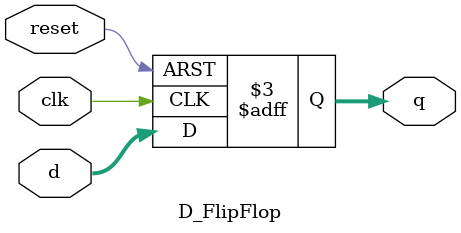
<source format=sv>
`timescale 1ns / 1ps
module D_FlipFlop #(parameter WIDTH = 32)(
    input logic clk,
    input logic reset,
    input logic [WIDTH-1:0] d,
    output logic [WIDTH-1:0] q);
always_ff @(posedge clk or negedge reset)
    if (~reset) q <= 0;
    else q <= d;
endmodule


</source>
